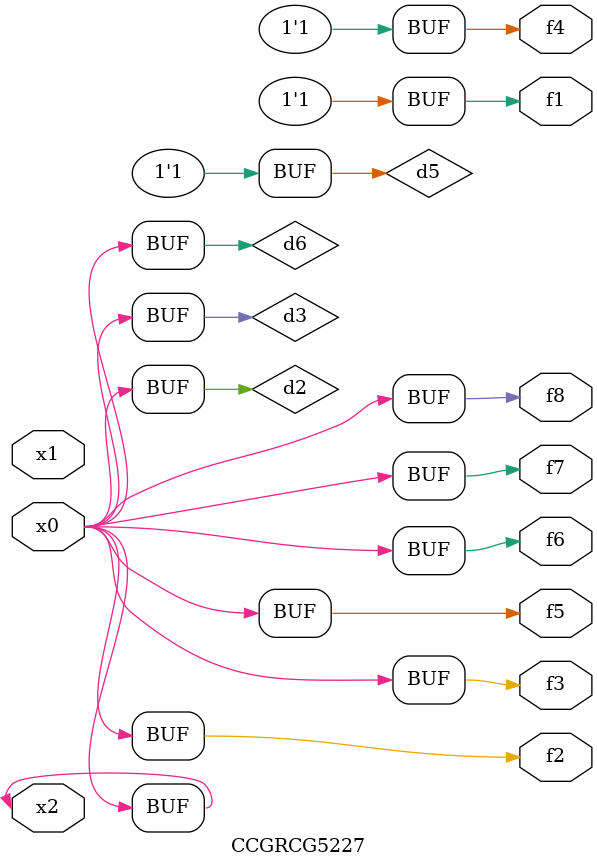
<source format=v>
module CCGRCG5227(
	input x0, x1, x2,
	output f1, f2, f3, f4, f5, f6, f7, f8
);

	wire d1, d2, d3, d4, d5, d6;

	xnor (d1, x2);
	buf (d2, x0, x2);
	and (d3, x0);
	xnor (d4, x1, x2);
	nand (d5, d1, d3);
	buf (d6, d2, d3);
	assign f1 = d5;
	assign f2 = d6;
	assign f3 = d6;
	assign f4 = d5;
	assign f5 = d6;
	assign f6 = d6;
	assign f7 = d6;
	assign f8 = d6;
endmodule

</source>
